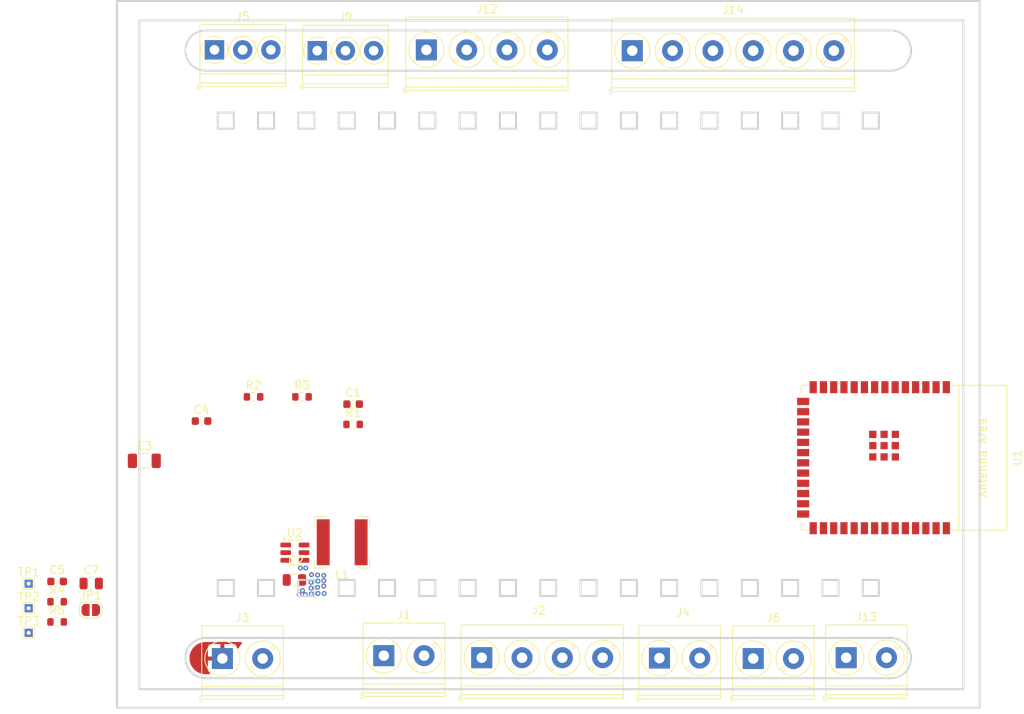
<source format=kicad_pcb>
(kicad_pcb (version 20240108) (generator "pcbnew") (generator_version "8.0")
  (layers (0 "F.Cu" signal) (1 "In1.Cu" power) (2 "In2.Cu" mixed) (31 "B.Cu" signal) (34 "B.Paste" user) (35 "F.Paste" user) (36 "B.SilkS" user "B.Silkscreen") (37 "F.SilkS" user "F.Silkscreen") (38 "B.Mask" user) (39 "F.Mask" user) (44 "Edge.Cuts" user))
  (net 0 "")
  (net 1 "GND")
  (net 2 "Net-(U1-EN)")
  (net 3 "Net-(U2-FB)")
  (net 4 "Net-(U2-BST)")
  (net 5 "/Board_ZorionX/PowerSuply/Vout")
  (net 6 "/Board_ZorionX/PowerSuply/SW")
  (net 7 "/Board_ZorionX/NPN_in_1")
  (net 8 "/Board_ZorionX/NPN_IN_2")
  (net 9 "/Board_ZorionX/A010_IN1")
  (net 10 "/Board_ZorionX/A032_in1")
  (net 11 "/Board_ZorionX/A420_in1")
  (net 12 "VCC")
  (net 13 "/Board_ZorionX/D_IN1")
  (net 14 "/Board_ZorionX/D_IN_2")
  (net 15 "/Board_ZorionX/RS485-B")
  (net 16 "/Board_ZorionX/RS485-A")
  (net 17 "/Board_ZorionX/RUN{slash}Stop")
  (net 18 "/Board_ZorionX/AOUT_010_1")
  (net 19 "/Board_ZorionX/AOUT_420_1")
  (net 20 "/Board_ZorionX/DOUT_PNP_1")
  (net 21 "/Board_ZorionX/DOUT_NPN_1")
  (net 22 "/Board_ZorionX/DOUT_PNP_2")
  (net 23 "/Board_ZorionX/DOUT_NPN_2")
  (net 24 "/Board_ZorionX/PNP_IN_2")
  (net 25 "/Board_ZorionX/PNP_in_1")
  (net 26 "/Board_ZorionX/RLY1_CD")
  (net 27 "/Board_ZorionX/RLY2_NCD")
  (net 28 "/Board_ZorionX/RLY1_NOD")
  (net 29 "/Board_ZorionX/RLY2_NOD")
  (net 30 "/Board_ZorionX/RLY2_CD")
  (net 31 "/Board_ZorionX/RLY1_NCD")
  (net 32 "+3.3V")
  (net 51 "/Board_ZorionX/Driver_RS485/UART_OUT")
  (net 67 "/Board_ZorionX/Driver_RS485/UART_R_IN")
  (footprint "TerminalBlock_Phoenix:TerminalBlock_Phoenix_PT-1,5-2-5.0-H_1x02_P5.00mm_Horizontal" (layer "F.Cu") (at 119.7696 151.1808)
    (property "Reference" "J6" (at 2.5 -5.06 0) (layer "F.SilkS"))
    (property "Value" "Screw_Terminal_01x02")
    (pad "1" thru_hole rect (at 0 0) (size 2.6 2.6) (drill 1.3) (layers "*.Cu" "*.Mask") (net 17 "/Board_ZorionX/RUN{slash}Stop"))
    (pad "2" thru_hole circle (at 5 0) (size 2.6 2.6) (drill 1.3) (layers "*.Cu" "*.Mask") (net 1 "GND"))
  )
  (footprint "TerminalBlock_Phoenix:TerminalBlock_Phoenix_PT-1,5-2-5.0-H_1x02_P5.00mm_Horizontal" (layer "F.Cu") (at 53.9328 151.1808)
    (property "Reference" "J3" (at 2.5 -5.06 0) (layer "F.SilkS"))
    (property "Value" "Screw_Terminal_01x02")
    (pad "1" thru_hole rect (at 0 0) (size 2.6 2.6) (drill 1.3) (layers "*.Cu" "*.Mask") (net 12 "VCC"))
    (pad "2" thru_hole circle (at 5 0) (size 2.6 2.6) (drill 1.3) (layers "*.Cu" "*.Mask") (net 1 "GND"))
  )
  (footprint "TerminalBlock_Phoenix:TerminalBlock_Phoenix_PT-1,5-2-5.0-H_1x02_P5.00mm_Horizontal" (layer "F.Cu") (at 131.3012 151.0792)
    (property "Reference" "J13" (at 2.5 -5.06 0) (layer "F.SilkS"))
    (property "Value" "Screw_Terminal_01x02")
    (pad "1" thru_hole rect (at 0 0) (size 2.6 2.6) (drill 1.3) (layers "*.Cu" "*.Mask") (net 24 "/Board_ZorionX/PNP_IN_2"))
    (pad "2" thru_hole circle (at 5 0) (size 2.6 2.6) (drill 1.3) (layers "*.Cu" "*.Mask") (net 25 "/Board_ZorionX/PNP_in_1"))
  )
  (footprint "Package_TO_SOT_SMD:TSOT-23-6" (layer "F.Cu") (at 62.9261 138.0388)
    (property "Reference" "U2" (at 0 -2.4 0) (layer "F.SilkS"))
    (property "Value" "AP63203WU")
    (pad "1" smd roundrect (at -1.1375 -0.95) (size 1.325 0.6) (layers "F.Cu" "F.Paste" "F.Mask") (net 3 "Net-(U2-FB)"))
    (pad "2" smd roundrect (at -1.1375 0) (size 1.325 0.6) (layers "F.Cu" "F.Paste" "F.Mask") (net 12 "VCC"))
    (pad "3" smd roundrect (at -1.1375 0.95) (size 1.325 0.6) (layers "F.Cu" "F.Paste" "F.Mask") (net 12 "VCC"))
    (pad "4" smd roundrect (at 1.1375 0.95) (size 1.325 0.6) (layers "F.Cu" "F.Paste" "F.Mask") (net 1 "GND"))
    (pad "5" smd roundrect (at 1.1375 0) (size 1.325 0.6) (layers "F.Cu" "F.Paste" "F.Mask") (net 6 "/Board_ZorionX/PowerSuply/SW"))
    (pad "6" smd roundrect (at 1.1375 -0.95) (size 1.325 0.6) (layers "F.Cu" "F.Paste" "F.Mask") (net 4 "Net-(U2-BST)"))
  )
  (footprint "TerminalBlock_Phoenix:TerminalBlock_Phoenix_PT-1,5-2-5.0-H_1x02_P5.00mm_Horizontal" (layer "F.Cu") (at 108.1364 151.13)
    (property "Reference" "J4" (at 2.9464 -5.6388 0) (layer "F.SilkS"))
    (property "Value" "Screw_Terminal_01x02")
    (pad "1" thru_hole rect (at 0 0) (size 2.6 2.6) (drill 1.3) (layers "*.Cu" "*.Mask") (net 13 "/Board_ZorionX/D_IN1"))
    (pad "2" thru_hole circle (at 5 0) (size 2.6 2.6) (drill 1.3) (layers "*.Cu" "*.Mask") (net 14 "/Board_ZorionX/D_IN_2"))
  )
  (footprint "TerminalBlock_Phoenix:TerminalBlock_Phoenix_PT-1,5-3-3.5-H_1x03_P3.50mm_Horizontal" (layer "F.Cu") (at 52.9488 75.6412)
    (property "Reference" "J5" (at 3.5 -4.16 0) (layer "F.SilkS"))
    (property "Value" "Screw_Terminal_01x03")
    (pad "1" thru_hole rect (at 0 0) (size 2.4 2.4) (drill 1.2) (layers "*.Cu" "*.Mask") (net 15 "/Board_ZorionX/RS485-B"))
    (pad "2" thru_hole circle (at 3.5 0) (size 2.4 2.4) (drill 1.2) (layers "*.Cu" "*.Mask") (net 16 "/Board_ZorionX/RS485-A"))
    (pad "3" thru_hole circle (at 7 0) (size 2.4 2.4) (drill 1.2) (layers "*.Cu" "*.Mask") (net 1 "GND"))
  )
  (footprint "Capacitor_SMD:C_0603_1608Metric" (layer "F.Cu") (at 70.1474 119.6132)
    (property "Reference" "C1" (at 0 -1.43 0) (layer "F.SilkS"))
    (property "Value" "1uf")
    (pad "1" smd roundrect (at -0.775 0) (size 0.9 0.95) (layers "F.Cu" "F.Paste" "F.Mask") (net 2 "Net-(U1-EN)"))
    (pad "2" smd roundrect (at 0.775 0) (size 0.9 0.95) (layers "F.Cu" "F.Paste" "F.Mask") (net 1 "GND"))
  )
  (footprint "Capacitor_SMD:C_0603_1608Metric" (layer "F.Cu") (at 33.4344 141.6222)
    (property "Reference" "C5" (at 0 -1.43 0) (layer "F.SilkS"))
    (property "Value" "100nf")
    (pad "1" smd roundrect (at -0.775 0) (size 0.9 0.95) (layers "F.Cu" "F.Paste" "F.Mask") (net 4 "Net-(U2-BST)"))
    (pad "2" smd roundrect (at 0.775 0) (size 0.9 0.95) (layers "F.Cu" "F.Paste" "F.Mask") (net 6 "/Board_ZorionX/PowerSuply/SW"))
  )
  (footprint "Resistor_SMD:R_0603_1608Metric" (layer "F.Cu") (at 70.1474 122.1232)
    (property "Reference" "R1" (at 0 -1.43 0) (layer "F.SilkS"))
    (property "Value" "R_US")
    (pad "1" smd roundrect (at -0.825 0) (size 0.8 0.95) (layers "F.Cu" "F.Paste" "F.Mask") (net 32 "+3.3V"))
    (pad "2" smd roundrect (at 0.825 0) (size 0.8 0.95) (layers "F.Cu" "F.Paste" "F.Mask") (net 2 "Net-(U1-EN)"))
  )
  (footprint "Jumper:SolderJumper-2_P1.3mm_Open_RoundedPad1.0x1.5mm" (layer "F.Cu") (at 37.6144 145.1522)
    (property "Reference" "JP1" (at 0 -1.8 0) (layer "F.SilkS"))
    (property "Value" "SolderJumper_2_Open")
    (pad "1" smd custom (at -0.65 0) (size 1 0.5) (layers "F.Cu" "F.Mask") (net 5 "/Board_ZorionX/PowerSuply/Vout") (options (clearance outline) (anchor rect)) (primitives (gr_circle (center 0 0.25) (end 0.5 0.25) (width 0) (fill yes)) (gr_circle (center 0 -0.25) (end 0.5 -0.25) (width 0) (fill yes)) (gr_poly (pts (xy 0.5 0.75) (xy 0 0.75) (xy 0 -0.75) (xy 0.5 -0.75)) (width 0) (fill yes))))
    (pad "2" smd custom (at 0.65 0) (size 1 0.5) (layers "F.Cu" "F.Mask") (net 32 "+3.3V") (options (clearance outline) (anchor rect)) (primitives (gr_circle (center 0 0.25) (end 0.5 0.25) (width 0) (fill yes)) (gr_circle (center 0 -0.25) (end 0.5 -0.25) (width 0) (fill yes)) (gr_poly (pts (xy 0 0.75) (xy -0.5 0.75) (xy -0.5 -0.75) (xy 0 -0.75)) (width 0) (fill yes))))
  )
  (footprint "TestPoint:TestPoint_THTPad_1.0x1.0mm_Drill0.5mm" (layer "F.Cu") (at 29.9044 144.9422)
    (property "Reference" "TP2" (at 0 -1.448 0) (layer "F.SilkS"))
    (property "Value" "TestPoint")
    (pad "1" thru_hole rect (at 0 0) (size 1 1) (drill 0.5) (layers "*.Cu" "*.Mask") (net 3 "Net-(U2-FB)"))
  )
  (footprint "Resistor_SMD:R_0603_1608Metric" (layer "F.Cu") (at 57.7998 118.7044)
    (property "Reference" "R2" (at 0 -1.43 0) (layer "F.SilkS"))
    (property "Value" "R_US")
    (pad "1" smd roundrect (at -0.825 0) (size 0.8 0.95) (layers "F.Cu" "F.Paste" "F.Mask"))
    (pad "2" smd roundrect (at 0.825 0) (size 0.8 0.95) (layers "F.Cu" "F.Paste" "F.Mask"))
  )
  (footprint "Resistor_SMD:R_0603_1608Metric" (layer "F.Cu") (at 63.8098 118.7044)
    (property "Reference" "R3" (at 0 -1.43 0) (layer "F.SilkS"))
    (property "Value" "R_US")
    (pad "1" smd roundrect (at -0.825 0) (size 0.8 0.95) (layers "F.Cu" "F.Paste" "F.Mask"))
    (pad "2" smd roundrect (at 0.825 0) (size 0.8 0.95) (layers "F.Cu" "F.Paste" "F.Mask"))
  )
  (footprint "Capacitor_SMD:C_0603_1608Metric" (layer "F.Cu") (at 51.3498 121.7144)
    (property "Reference" "C4" (at 0 -1.43 0) (layer "F.SilkS"))
    (property "Value" "100nf")
    (pad "1" smd roundrect (at -0.775 0) (size 0.9 0.95) (layers "F.Cu" "F.Paste" "F.Mask") (net 5 "/Board_ZorionX/PowerSuply/Vout"))
    (pad "2" smd roundrect (at 0.775 0) (size 0.9 0.95) (layers "F.Cu" "F.Paste" "F.Mask") (net 3 "Net-(U2-FB)"))
  )
  (footprint "Inductor_SMD:L_Bourns-SRN6028" (layer "F.Cu") (at 68.788 136.7536)
    (property "Reference" "L1" (at 0 4 0) (layer "F.SilkS"))
    (property "Value" "L_Iron")
    (pad "1" smd rect (at -2.35 0) (size 1.6 5.7) (layers "F.Cu" "F.Paste" "F.Mask") (net 6 "/Board_ZorionX/PowerSuply/SW"))
    (pad "2" smd rect (at 2.35 0) (size 1.6 5.7) (layers "F.Cu" "F.Paste" "F.Mask") (net 5 "/Board_ZorionX/PowerSuply/Vout"))
  )
  (footprint "TerminalBlock_Phoenix:TerminalBlock_Phoenix_PT-1,5-3-3.5-H_1x03_P3.50mm_Horizontal" (layer "F.Cu") (at 65.6944 75.7428)
    (property "Reference" "J9" (at 3.5 -4.16 0) (layer "F.SilkS"))
    (property "Value" "Screw_Terminal_01x03")
    (pad "1" thru_hole rect (at 0 0) (size 2.4 2.4) (drill 1.2) (layers "*.Cu" "*.Mask") (net 19 "/Board_ZorionX/AOUT_420_1"))
    (pad "2" thru_hole circle (at 3.5 0) (size 2.4 2.4) (drill 1.2) (layers "*.Cu" "*.Mask") (net 18 "/Board_ZorionX/AOUT_010_1"))
    (pad "3" thru_hole circle (at 7 0) (size 2.4 2.4) (drill 1.2) (layers "*.Cu" "*.Mask") (net 1 "GND"))
  )
  (footprint "Capacitor_SMD:C_0805_2012Metric" (layer "F.Cu") (at 37.6644 141.8722)
    (property "Reference" "C7" (at 0 -1.68 0) (layer "F.SilkS"))
    (property "Value" "22uf")
    (pad "1" smd roundrect (at -0.95 0) (size 1 1.45) (layers "F.Cu" "F.Paste" "F.Mask") (net 5 "/Board_ZorionX/PowerSuply/Vout"))
    (pad "2" smd roundrect (at 0.95 0) (size 1 1.45) (layers "F.Cu" "F.Paste" "F.Mask") (net 1 "GND"))
  )
  (footprint "TerminalBlock_Phoenix:TerminalBlock_Phoenix_PT-1,5-4-5.0-H_1x04_P5.00mm_Horizontal" (layer "F.Cu") (at 79.2312 75.6412)
    (property "Reference" "J12" (at 7.5 -5.06 0) (layer "F.SilkS"))
    (property "Value" "Screw_Terminal_01x04")
    (pad "1" thru_hole rect (at 0 0) (size 2.6 2.6) (drill 1.3) (layers "*.Cu" "*.Mask") (net 21 "/Board_ZorionX/DOUT_NPN_1"))
    (pad "2" thru_hole circle (at 5 0) (size 2.6 2.6) (drill 1.3) (layers "*.Cu" "*.Mask") (net 23 "/Board_ZorionX/DOUT_NPN_2"))
    (pad "3" thru_hole circle (at 10 0) (size 2.6 2.6) (drill 1.3) (layers "*.Cu" "*.Mask") (net 20 "/Board_ZorionX/DOUT_PNP_1"))
    (pad "4" thru_hole circle (at 15 0) (size 2.6 2.6) (drill 1.3) (layers "*.Cu" "*.Mask") (net 22 "/Board_ZorionX/DOUT_PNP_2"))
  )
  (footprint "TerminalBlock_Phoenix:TerminalBlock_Phoenix_PT-1,5-4-5.0-H_1x04_P5.00mm_Horizontal" (layer "F.Cu") (at 86.0968 151.0792)
    (property "Reference" "J2" (at 7.0752 -5.842 0) (layer "F.SilkS"))
    (property "Value" "Screw_Terminal_01x04")
    (pad "1" thru_hole rect (at 0 0) (size 2.6 2.6) (drill 1.3) (layers "*.Cu" "*.Mask") (net 9 "/Board_ZorionX/A010_IN1"))
    (pad "2" thru_hole circle (at 5 0) (size 2.6 2.6) (drill 1.3) (layers "*.Cu" "*.Mask") (net 11 "/Board_ZorionX/A420_in1"))
    (pad "3" thru_hole circle (at 10 0) (size 2.6 2.6) (drill 1.3) (layers "*.Cu" "*.Mask") (net 10 "/Board_ZorionX/A032_in1"))
    (pad "4" thru_hole circle (at 15 0) (size 2.6 2.6) (drill 1.3) (layers "*.Cu" "*.Mask") (net 1 "GND"))
  )
  (footprint "TerminalBlock_Phoenix:TerminalBlock_Phoenix_PT-1,5-2-5.0-H_1x02_P5.00mm_Horizontal" (layer "F.Cu") (at 73.948 150.8252)
    (property "Reference" "J1" (at 2.5 -5.06 0) (layer "F.SilkS"))
    (property "Value" "Screw_Terminal_01x02")
    (pad "1" thru_hole rect (at 0 0) (size 2.6 2.6) (drill 1.3) (layers "*.Cu" "*.Mask") (net 8 "/Board_ZorionX/NPN_IN_2"))
    (pad "2" thru_hole circle (at 5 0) (size 2.6 2.6) (drill 1.3) (layers "*.Cu" "*.Mask") (net 7 "/Board_ZorionX/NPN_in_1"))
  )
  (footprint "TestPoint:TestPoint_THTPad_1.0x1.0mm_Drill0.5mm" (layer "F.Cu") (at 29.9044 147.9922)
    (property "Reference" "TP3" (at 0 -1.448 0) (layer "F.SilkS"))
    (property "Value" "TestPoint")
    (pad "1" thru_hole rect (at 0 0) (size 1 1) (drill 0.5) (layers "*.Cu" "*.Mask") (net 12 "VCC"))
  )
  (footprint "Capacitor_SMD:C_0805_2012Metric" (layer "F.Cu") (at 62.8596 141.4272)
    (property "Reference" "C2" (at 0.2002 -2.3684 0) (layer "F.SilkS"))
    (property "Value" "22uf")
    (pad "1" smd roundrect (at -0.95 0) (size 1 1.45) (layers "F.Cu" "F.Paste" "F.Mask") (net 5 "/Board_ZorionX/PowerSuply/Vout"))
    (pad "2" smd roundrect (at 0.95 0) (size 1 1.45) (layers "F.Cu" "F.Paste" "F.Mask") (net 1 "GND"))
  )
  (footprint "Resistor_SMD:R_0603_1608Metric" (layer "F.Cu") (at 33.4344 146.6422)
    (property "Reference" "R5" (at 0 -1.43 0) (layer "F.SilkS"))
    (property "Value" "R_US")
    (pad "1" smd roundrect (at -0.825 0) (size 0.8 0.95) (layers "F.Cu" "F.Paste" "F.Mask") (net 3 "Net-(U2-FB)"))
    (pad "2" smd roundrect (at 0.825 0) (size 0.8 0.95) (layers "F.Cu" "F.Paste" "F.Mask") (net 1 "GND"))
  )
  (footprint "PCM_Espressif:ESP32-S3-WROOM-1" (layer "F.Cu") (at 135.4594 126.2602 -90)
    (property "Reference" "U1" (at 0 -17.05 90) (layer "F.SilkS"))
    (property "Value" "ESP32-S3-WROOM-1")
    (fp_text user "Antenna Area" (at 0 -12.75 90) (layer "F.SilkS"))
    (pad "1" smd rect (at -8.75 -8.26 270) (size 1.5 0.9) (layers "F.Cu" "F.Paste" "F.Mask") (net 1 "GND"))
    (pad "2" smd rect (at -8.75 -6.99 270) (size 1.5 0.9) (layers "F.Cu" "F.Paste" "F.Mask") (net 32 "+3.3V"))
    (pad "3" smd rect (at -8.75 -5.72 270) (size 1.5 0.9) (layers "F.Cu" "F.Paste" "F.Mask") (net 2 "Net-(U1-EN)"))
    (pad "4" smd rect (at -8.75 -4.45 270) (size 1.5 0.9) (layers "F.Cu" "F.Paste" "F.Mask"))
    (pad "5" smd rect (at -8.75 -3.18 270) (size 1.5 0.9) (layers "F.Cu" "F.Paste" "F.Mask"))
    (pad "6" smd rect (at -8.75 -1.91 270) (size 1.5 0.9) (layers "F.Cu" "F.Paste" "F.Mask"))
    (pad "7" smd rect (at -8.75 -0.64 270) (size 1.5 0.9) (layers "F.Cu" "F.Paste" "F.Mask"))
    (pad "8" smd rect (at -8.75 0.63 270) (size 1.5 0.9) (layers "F.Cu" "F.Paste" "F.Mask"))
    (pad "9" smd rect (at -8.75 1.9 270) (size 1.5 0.9) (layers "F.Cu" "F.Paste" "F.Mask"))
    (pad "10" smd rect (at -8.75 3.17 270) (size 1.5 0.9) (layers "F.Cu" "F.Paste" "F.Mask"))
    (pad "11" smd rect (at -8.75 4.44 270) (size 1.5 0.9) (layers "F.Cu" "F.Paste" "F.Mask"))
    (pad "12" smd rect (at -8.75 5.71 270) (size 1.5 0.9) (layers "F.Cu" "F.Paste" "F.Mask"))
    (pad "13" smd rect (at -8.75 6.98 270) (size 1.5 0.9) (layers "F.Cu" "F.Paste" "F.Mask"))
    (pad "14" smd rect (at -8.75 8.25 270) (size 1.5 0.9) (layers "F.Cu" "F.Paste" "F.Mask"))
    (pad "15" smd rect (at -6.985 9.5) (size 1.5 0.9) (layers "F.Cu" "F.Paste" "F.Mask"))
    (pad "16" smd rect (at -5.715 9.5) (size 1.5 0.9) (layers "F.Cu" "F.Paste" "F.Mask"))
    (pad "17" smd rect (at -4.445 9.5) (size 1.5 0.9) (layers "F.Cu" "F.Paste" "F.Mask"))
    (pad "18" smd rect (at -3.175 9.5) (size 1.5 0.9) (layers "F.Cu" "F.Paste" "F.Mask"))
    (pad "19" smd rect (at -1.905 9.5) (size 1.5 0.9) (layers "F.Cu" "F.Paste" "F.Mask"))
    (pad "20" smd rect (at -0.635 9.5) (size 1.5 0.9) (layers "F.Cu" "F.Paste" "F.Mask"))
    (pad "21" smd rect (at 0.635 9.5) (size 1.5 0.9) (layers "F.Cu" "F.Paste" "F.Mask"))
    (pad "22" smd rect (at 1.905 9.5) (size 1.5 0.9) (layers "F.Cu" "F.Paste" "F.Mask"))
    (pad "23" smd rect (at 3.175 9.5) (size 1.5 0.9) (layers "F.Cu" "F.Paste" "F.Mask"))
    (pad "24" smd rect (at 4.445 9.5) (size 1.5 0.9) (layers "F.Cu" "F.Paste" "F.Mask"))
    (pad "25" smd rect (at 5.715 9.5) (size 1.5 0.9) (layers "F.Cu" "F.Paste" "F.Mask"))
    (pad "26" smd rect (at 6.985 9.5) (size 1.5 0.9) (layers "F.Cu" "F.Paste" "F.Mask"))
    (pad "27" smd rect (at 8.75 8.25 90) (size 1.5 0.9) (layers "F.Cu" "F.Paste" "F.Mask"))
    (pad "28" smd rect (at 8.75 6.98 90) (size 1.5 0.9) (layers "F.Cu" "F.Paste" "F.Mask"))
    (pad "29" smd rect (at 8.75 5.71 90) (size 1.5 0.9) (layers "F.Cu" "F.Paste" "F.Mask"))
    (pad "30" smd rect (at 8.75 4.44 90) (size 1.5 0.9) (layers "F.Cu" "F.Paste" "F.Mask"))
    (pad "31" smd rect (at 8.75 3.17 90) (size 1.5 0.9) (layers "F.Cu" "F.Paste" "F.Mask"))
    (pad "32" smd rect (at 8.75 1.9 90) (size 1.5 0.9) (layers "F.Cu" "F.Paste" "F.Mask"))
    (pad "33" smd rect (at 8.75 0.63 90) (size 1.5 0.9) (layers "F.Cu" "F.Paste" "F.Mask"))
    (pad "34" smd rect (at 8.75 -0.64 90) (size 1.5 0.9) (layers "F.Cu" "F.Paste" "F.Mask"))
    (pad "35" smd rect (at 8.75 -1.91 90) (size 1.5 0.9) (layers "F.Cu" "F.Paste" "F.Mask"))
    (pad "36" smd rect (at 8.75 -3.18 90) (size 1.5 0.9) (layers "F.Cu" "F.Paste" "F.Mask") (net 51 "/Board_ZorionX/Driver_RS485/UART_OUT"))
    (pad "37" smd rect (at 8.75 -4.45 90) (size 1.5 0.9) (layers "F.Cu" "F.Paste" "F.Mask") (net 67 "/Board_ZorionX/Driver_RS485/UART_R_IN"))
    (pad "38" smd rect (at 8.75 -5.72 90) (size 1.5 0.9) (layers "F.Cu" "F.Paste" "F.Mask"))
    (pad "39" smd rect (at 8.75 -6.99 90) (size 1.5 0.9) (layers "F.Cu" "F.Paste" "F.Mask"))
    (pad "40" smd rect (at 8.75 -8.26 90) (size 1.5 0.9) (layers "F.Cu" "F.Paste" "F.Mask") (net 1 "GND"))
    (pad "41" smd rect (at -2.9 -1.94 90) (size 0.9 0.9) (layers "F.Cu" "F.Paste" "F.Mask") (net 1 "GND"))
    (pad "41" smd rect (at -2.9 -0.54 90) (size 0.9 0.9) (layers "F.Cu" "F.Paste" "F.Mask") (net 1 "GND"))
    (pad "41" smd rect (at -2.9 0.86 90) (size 0.9 0.9) (layers "F.Cu" "F.Paste" "F.Mask") (net 1 "GND"))
    (pad "41" smd rect (at -2.9 0.86 90) (size 0.9 0.9) (layers "F.Cu" "F.Paste" "F.Mask") (net 1 "GND"))
    (pad "41" smd rect (at -1.5 -1.94 90) (size 0.9 0.9) (layers "F.Cu" "F.Paste" "F.Mask") (net 1 "GND"))
    (pad "41" smd rect (at -1.5 -1.94 90) (size 0.9 0.9) (layers "F.Cu" "F.Paste" "F.Mask") (net 1 "GND"))
    (pad "41" smd rect (at -1.5 -0.54 90) (size 0.9 0.9) (layers "F.Cu" "F.Paste" "F.Mask") (net 1 "GND"))
    (pad "41" smd rect (at -1.5 0.86 90) (size 0.9 0.9) (layers "F.Cu" "F.Paste" "F.Mask") (net 1 "GND"))
    (pad "41" smd rect (at -0.1 -1.94 90) (size 0.9 0.9) (layers "F.Cu" "F.Paste" "F.Mask") (net 1 "GND"))
    (pad "41" smd rect (at -0.1 -0.54 90) (size 0.9 0.9) (layers "F.Cu" "F.Paste" "F.Mask") (net 1 "GND"))
    (pad "41" smd rect (at -0.1 0.86 90) (size 0.9 0.9) (layers "F.Cu" "F.Paste" "F.Mask") (net 1 "GND"))
    (zone (net 0) (net_name "") (layers "*.Cu") (name "antenna keepout") (connect_pads (clearance 0)) (min_thickness 0.254)
      (keepout (tracks not_allowed) (vias not_allowed) (pads not_allowed) (copperpour not_allowed) (footprints not_allowed))
      (fill (thermal_gap 0.508) (thermal_bridge_width 0.508))
      (polygon (pts (xy 145.2594 135.2602) (xy 145.2594 117.2602) (xy 151.2094 117.2602) (xy 151.2094 135.2602)))
    )
  )
  (footprint "TestPoint:TestPoint_THTPad_1.0x1.0mm_Drill0.5mm" (layer "F.Cu") (at 29.9044 141.8922)
    (property "Reference" "TP1" (at 0 -1.448 0) (layer "F.SilkS"))
    (property "Value" "TestPoint")
    (pad "1" thru_hole rect (at 0 0) (size 1 1) (drill 0.5) (layers "*.Cu" "*.Mask") (net 5 "/Board_ZorionX/PowerSuply/Vout"))
  )
  (footprint "Capacitor_SMD:C_1206_3216Metric" (layer "F.Cu") (at 44.2498 126.6444)
    (property "Reference" "C3" (at 0 -1.85 0) (layer "F.SilkS"))
    (property "Value" "10mf")
    (pad "1" smd roundrect (at -1.475 0) (size 1.15 1.8) (layers "F.Cu" "F.Paste" "F.Mask") (roundrect_rratio 0.217391) (net 12 "VCC"))
    (pad "2" smd roundrect (at 1.475 0) (size 1.15 1.8) (layers "F.Cu" "F.Paste" "F.Mask") (roundrect_rratio 0.217391) (net 1 "GND"))
  )
  (footprint "TerminalBlock_Phoenix:TerminalBlock_Phoenix_PT-1,5-6-5.0-H_1x06_P5.00mm_Horizontal" (layer "F.Cu") (at 104.7696 75.7428)
    (property "Reference" "J14" (at 12.5 -5.06 0) (layer "F.SilkS"))
    (property "Value" "Screw_Terminal_01x06")
    (pad "1" thru_hole rect (at 0 0) (size 2.6 2.6) (drill 1.3) (layers "*.Cu" "*.Mask") (net 31 "/Board_ZorionX/RLY1_NCD"))
    (pad "2" thru_hole circle (at 5 0) (size 2.6 2.6) (drill 1.3) (layers "*.Cu" "*.Mask") (net 26 "/Board_ZorionX/RLY1_CD"))
    (pad "3" thru_hole circle (at 10 0) (size 2.6 2.6) (drill 1.3) (layers "*.Cu" "*.Mask") (net 28 "/Board_ZorionX/RLY1_NOD"))
    (pad "4" thru_hole circle (at 15 0) (size 2.6 2.6) (drill 1.3) (layers "*.Cu" "*.Mask") (net 27 "/Board_ZorionX/RLY2_NCD"))
    (pad "5" thru_hole circle (at 20 0) (size 2.6 2.6) (drill 1.3) (layers "*.Cu" "*.Mask") (net 30 "/Board_ZorionX/RLY2_CD"))
    (pad "6" thru_hole circle (at 25 0) (size 2.6 2.6) (drill 1.3) (layers "*.Cu" "*.Mask") (net 29 "/Board_ZorionX/RLY2_NOD"))
  )
  (footprint "Resistor_SMD:R_0603_1608Metric" (layer "F.Cu") (at 33.4344 144.1322)
    (property "Reference" "R4" (at 0 -1.43 0) (layer "F.SilkS"))
    (property "Value" "R_US")
    (pad "1" smd roundrect (at -0.825 0) (size 0.8 0.95) (layers "F.Cu" "F.Paste" "F.Mask") (net 5 "/Board_ZorionX/PowerSuply/Vout"))
    (pad "2" smd roundrect (at 0.825 0) (size 0.8 0.95) (layers "F.Cu" "F.Paste" "F.Mask") (net 3 "Net-(U2-FB)"))
  )
  (gr_line (start 103.348 85.4268) (end 105.348 85.4268) (stroke (width 0.25)) (layer "Edge.Cuts"))
  (gr_line (start 95.348 83.4268) (end 93.348 83.4268) (stroke (width 0.25)) (layer "Edge.Cuts"))
  (gr_line (start 70.348 85.4268) (end 70.348 83.4268) (stroke (width 0.25)) (layer "Edge.Cuts"))
  (gr_line (start 73.348 83.4268) (end 73.348 85.4268) (stroke (width 0.25)) (layer "Edge.Cuts"))
  (gr_line (start 73.348 85.4268) (end 75.348 85.4268) (stroke (width 0.25)) (layer "Edge.Cuts"))
  (gr_line (start 70.348 141.4268) (end 68.348 141.4268) (stroke (width 0.25)) (layer "Edge.Cuts"))
  (gr_line (start 110.348 83.4268) (end 108.348 83.4268) (stroke (width 0.25)) (layer "Edge.Cuts"))
  (gr_line (start 120.348 85.4268) (end 120.348 83.4268) (stroke (width 0.25)) (layer "Edge.Cuts"))
  (gr_line (start 103.348 141.4268) (end 103.348 143.4268) (stroke (width 0.25)) (layer "Edge.Cuts"))
  (gr_line (start 115.348 143.4268) (end 115.348 141.4268) (stroke (width 0.25)) (layer "Edge.Cuts"))
  (gr_line (start 120.348 83.4268) (end 118.348 83.4268) (stroke (width 0.25)) (layer "Edge.Cuts"))
  (gr_line (start 120.348 143.4268) (end 120.348 141.4268) (stroke (width 0.25)) (layer "Edge.Cuts"))
  (gr_line (start 110.348 143.4268) (end 110.348 141.4268) (stroke (width 0.25)) (layer "Edge.Cuts"))
  (gr_line (start 113.348 143.4268) (end 115.348 143.4268) (stroke (width 0.25)) (layer "Edge.Cuts"))
  (gr_line (start 135.348 83.4268) (end 133.348 83.4268) (stroke (width 0.25)) (layer "Edge.Cuts"))
  (gr_line (start 75.348 143.4268) (end 75.348 141.4268) (stroke (width 0.25)) (layer "Edge.Cuts"))
  (gr_line (start 133.348 83.4268) (end 133.348 85.4268) (stroke (width 0.25)) (layer "Edge.Cuts"))
  (gr_line (start 90.348 85.4268) (end 90.348 83.4268) (stroke (width 0.25)) (layer "Edge.Cuts"))
  (gr_line (start 70.348 143.4268) (end 70.348 141.4268) (stroke (width 0.25)) (layer "Edge.Cuts"))
  (gr_line (start 93.348 83.4268) (end 93.348 85.4268) (stroke (width 0.25)) (layer "Edge.Cuts"))
  (gr_line (start 70.348 83.4268) (end 68.348 83.4268) (stroke (width 0.25)) (layer "Edge.Cuts"))
  (gr_line (start 51.848 153.6268) (end 136.848 153.6268) (stroke (width 0.25)) (layer "Edge.Cuts"))
  (gr_line (start 105.348 83.4268) (end 103.348 83.4268) (stroke (width 0.25)) (layer "Edge.Cuts"))
  (gr_line (start 58.348 83.4268) (end 58.348 85.4268) (stroke (width 0.25)) (layer "Edge.Cuts"))
  (gr_line (start 136.848 148.6268) (end 51.848 148.6268) (stroke (width 0.25)) (layer "Edge.Cuts"))
  (gr_arc (start 51.848 78.2268) (mid 49.348 75.7268) (end 51.848 73.2268) (stroke (width 0.25)) (layer "Edge.Cuts"))
  (gr_line (start 100.348 85.4268) (end 100.348 83.4268) (stroke (width 0.25)) (layer "Edge.Cuts"))
  (gr_line (start 128.348 143.4268) (end 130.348 143.4268) (stroke (width 0.25)) (layer "Edge.Cuts"))
  (gr_line (start 108.348 141.4268) (end 108.348 143.4268) (stroke (width 0.25)) (layer "Edge.Cuts"))
  (gr_line (start 135.348 85.4268) (end 135.348 83.4268) (stroke (width 0.25)) (layer "Edge.Cuts"))
  (gr_line (start 75.348 141.4268) (end 73.348 141.4268) (stroke (width 0.25)) (layer "Edge.Cuts"))
  (gr_line (start 118.348 143.4268) (end 120.348 143.4268) (stroke (width 0.25)) (layer "Edge.Cuts"))
  (gr_line (start 88.348 83.4268) (end 88.348 85.4268) (stroke (width 0.25)) (layer "Edge.Cuts"))
  (gr_line (start 145.842 154.9908) (end 145.842 71.9908) (stroke (width 0.25)) (layer "Edge.Cuts"))
  (gr_line (start 133.348 143.4268) (end 135.348 143.4268) (stroke (width 0.25)) (layer "Edge.Cuts"))
  (gr_line (start 115.348 83.4268) (end 113.348 83.4268) (stroke (width 0.25)) (layer "Edge.Cuts"))
  (gr_line (start 95.348 141.4268) (end 93.348 141.4268) (stroke (width 0.25)) (layer "Edge.Cuts"))
  (gr_line (start 68.348 85.4268) (end 70.348 85.4268) (stroke (width 0.25)) (layer "Edge.Cuts"))
  (gr_line (start 108.348 143.4268) (end 110.348 143.4268) (stroke (width 0.25)) (layer "Edge.Cuts"))
  (gr_line (start 80.348 141.4268) (end 78.348 141.4268) (stroke (width 0.25)) (layer "Edge.Cuts"))
  (gr_arc (start 136.848 73.2268) (mid 139.348 75.7268) (end 136.848 78.2268) (stroke (width 0.25)) (layer "Edge.Cuts"))
  (gr_line (start 133.348 141.4268) (end 133.348 143.4268) (stroke (width 0.25)) (layer "Edge.Cuts"))
  (gr_line (start 85.348 85.4268) (end 85.348 83.4268) (stroke (width 0.25)) (layer "Edge.Cuts"))
  (gr_line (start 60.348 83.4268) (end 58.348 83.4268) (stroke (width 0.25)) (layer "Edge.Cuts"))
  (gr_line (start 115.348 141.4268) (end 113.348 141.4268) (stroke (width 0.25)) (layer "Edge.Cuts"))
  (gr_line (start 93.348 141.4268) (end 93.348 143.4268) (stroke (width 0.25)) (layer "Edge.Cuts"))
  (gr_line (start 125.348 143.4268) (end 125.348 141.4268) (stroke (width 0.25)) (layer "Edge.Cuts"))
  (gr_line (start 93.348 85.4268) (end 95.348 85.4268) (stroke (width 0.25)) (layer "Edge.Cuts"))
  (gr_line (start 58.348 85.4268) (end 60.348 85.4268) (stroke (width 0.25)) (layer "Edge.Cuts"))
  (gr_line (start 43.642 71.9908) (end 43.642 154.9908) (stroke (width 0.25)) (layer "Edge.Cuts"))
  (gr_line (start 63.348 141.4268) (end 63.348 143.4268) (stroke (width 0.25)) (layer "Edge.Cuts"))
  (gr_line (start 110.348 85.4268) (end 110.348 83.4268) (stroke (width 0.25)) (layer "Edge.Cuts"))
  (gr_line (start 103.348 143.4268) (end 105.348 143.4268) (stroke (width 0.25)) (layer "Edge.Cuts"))
  (gr_line (start 83.348 143.4268) (end 85.348 143.4268) (stroke (width 0.25)) (layer "Edge.Cuts"))
  (gr_line (start 51.848 78.2268) (end 136.848 78.2268) (stroke (width 0.25)) (layer "Edge.Cuts"))
  (gr_line (start 105.348 143.4268) (end 105.348 141.4268) (stroke (width 0.25)) (layer "Edge.Cuts"))
  (gr_line (start 105.348 141.4268) (end 103.348 141.4268) (stroke (width 0.25)) (layer "Edge.Cuts"))
  (gr_line (start 58.348 143.4268) (end 60.348 143.4268) (stroke (width 0.25)) (layer "Edge.Cuts"))
  (gr_line (start 103.348 83.4268) (end 103.348 85.4268) (stroke (width 0.25)) (layer "Edge.Cuts"))
  (gr_line (start 100.348 141.4268) (end 98.348 141.4268) (stroke (width 0.25)) (layer "Edge.Cuts"))
  (gr_line (start 98.348 85.4268) (end 100.348 85.4268) (stroke (width 0.25)) (layer "Edge.Cuts"))
  (gr_line (start 63.348 83.4268) (end 63.348 85.4268) (stroke (width 0.25)) (layer "Edge.Cuts"))
  (gr_line (start 135.348 141.4268) (end 133.348 141.4268) (stroke (width 0.25)) (layer "Edge.Cuts"))
  (gr_line (start 95.348 143.4268) (end 95.348 141.4268) (stroke (width 0.25)) (layer "Edge.Cuts"))
  (gr_line (start 125.348 141.4268) (end 123.348 141.4268) (stroke (width 0.25)) (layer "Edge.Cuts"))
  (gr_line (start 73.348 143.4268) (end 75.348 143.4268) (stroke (width 0.25)) (layer "Edge.Cuts"))
  (gr_line (start 136.848 73.2268) (end 51.848 73.2268) (stroke (width 0.25)) (layer "Edge.Cuts"))
  (gr_line (start 55.348 141.4268) (end 53.348 141.4268) (stroke (width 0.25)) (layer "Edge.Cuts"))
  (gr_line (start 93.348 143.4268) (end 95.348 143.4268) (stroke (width 0.25)) (layer "Edge.Cuts"))
  (gr_line (start 85.348 143.4268) (end 85.348 141.4268) (stroke (width 0.25)) (layer "Edge.Cuts"))
  (gr_line (start 68.348 141.4268) (end 68.348 143.4268) (stroke (width 0.25)) (layer "Edge.Cuts"))
  (gr_line (start 63.348 143.4268) (end 65.348 143.4268) (stroke (width 0.25)) (layer "Edge.Cuts"))
  (gr_line (start 125.348 83.4268) (end 123.348 83.4268) (stroke (width 0.25)) (layer "Edge.Cuts"))
  (gr_line (start 113.348 141.4268) (end 113.348 143.4268) (stroke (width 0.25)) (layer "Edge.Cuts"))
  (gr_line (start 65.348 85.4268) (end 65.348 83.4268) (stroke (width 0.25)) (layer "Edge.Cuts"))
  (gr_line (start 65.348 83.4268) (end 63.348 83.4268) (stroke (width 0.25)) (layer "Edge.Cuts"))
  (gr_line (start 60.348 141.4268) (end 58.348 141.4268) (stroke (width 0.25)) (layer "Edge.Cuts"))
  (gr_line (start 78.348 141.4268) (end 78.348 143.4268) (stroke (width 0.25)) (layer "Edge.Cuts"))
  (gr_line (start 55.348 83.4268) (end 53.348 83.4268) (stroke (width 0.25)) (layer "Edge.Cuts"))
  (gr_line (start 98.348 143.4268) (end 100.348 143.4268) (stroke (width 0.25)) (layer "Edge.Cuts"))
  (gr_line (start 63.348 85.4268) (end 65.348 85.4268) (stroke (width 0.25)) (layer "Edge.Cuts"))
  (gr_line (start 40.848 69.5768) (end 40.848 157.2768) (stroke (width 0.25)) (layer "Edge.Cuts"))
  (gr_line (start 68.348 143.4268) (end 70.348 143.4268) (stroke (width 0.25)) (layer "Edge.Cuts"))
  (gr_line (start 108.348 85.4268) (end 110.348 85.4268) (stroke (width 0.25)) (layer "Edge.Cuts"))
  (gr_line (start 60.348 85.4268) (end 60.348 83.4268) (stroke (width 0.25)) (layer "Edge.Cuts"))
  (gr_line (start 90.348 143.4268) (end 90.348 141.4268) (stroke (width 0.25)) (layer "Edge.Cuts"))
  (gr_line (start 88.348 141.4268) (end 88.348 143.4268) (stroke (width 0.25)) (layer "Edge.Cuts"))
  (gr_line (start 58.348 141.4268) (end 58.348 143.4268) (stroke (width 0.25)) (layer "Edge.Cuts"))
  (gr_line (start 118.348 83.4268) (end 118.348 85.4268) (stroke (width 0.25)) (layer "Edge.Cuts"))
  (gr_line (start 55.348 85.4268) (end 55.348 83.4268) (stroke (width 0.25)) (layer "Edge.Cuts"))
  (gr_line (start 75.348 85.4268) (end 75.348 83.4268) (stroke (width 0.25)) (layer "Edge.Cuts"))
  (gr_line (start 123.348 141.4268) (end 123.348 143.4268) (stroke (width 0.25)) (layer "Edge.Cuts"))
  (gr_line (start 113.348 85.4268) (end 115.348 85.4268) (stroke (width 0.25)) (layer "Edge.Cuts"))
  (gr_line (start 113.348 83.4268) (end 113.348 85.4268) (stroke (width 0.25)) (layer "Edge.Cuts"))
  (gr_line (start 147.848 69.5768) (end 40.848 69.5768) (stroke (width 0.25)) (layer "Edge.Cuts"))
  (gr_line (start 147.848 157.2768) (end 147.848 69.5768) (stroke (width 0.25)) (layer "Edge.Cuts"))
  (gr_line (start 123.348 143.4268) (end 125.348 143.4268) (stroke (width 0.25)) (layer "Edge.Cuts"))
  (gr_line (start 130.348 141.4268) (end 128.348 141.4268) (stroke (width 0.25)) (layer "Edge.Cuts"))
  (gr_line (start 53.348 141.4268) (end 53.348 143.4268) (stroke (width 0.25)) (layer "Edge.Cuts"))
  (gr_line (start 90.348 141.4268) (end 88.348 141.4268) (stroke (width 0.25)) (layer "Edge.Cuts"))
  (gr_line (start 100.348 143.4268) (end 100.348 141.4268) (stroke (width 0.25)) (layer "Edge.Cuts"))
  (gr_line (start 135.348 143.4268) (end 135.348 141.4268) (stroke (width 0.25)) (layer "Edge.Cuts"))
  (gr_line (start 68.348 83.4268) (end 68.348 85.4268) (stroke (width 0.25)) (layer "Edge.Cuts"))
  (gr_line (start 60.348 143.4268) (end 60.348 141.4268) (stroke (width 0.25)) (layer "Edge.Cuts"))
  (gr_line (start 80.348 143.4268) (end 80.348 141.4268) (stroke (width 0.25)) (layer "Edge.Cuts"))
  (gr_line (start 98.348 141.4268) (end 98.348 143.4268) (stroke (width 0.25)) (layer "Edge.Cuts"))
  (gr_line (start 100.348 83.4268) (end 98.348 83.4268) (stroke (width 0.25)) (layer "Edge.Cuts"))
  (gr_line (start 80.348 83.4268) (end 78.348 83.4268) (stroke (width 0.25)) (layer "Edge.Cuts"))
  (gr_line (start 53.348 85.4268) (end 55.348 85.4268) (stroke (width 0.25)) (layer "Edge.Cuts"))
  (gr_line (start 123.348 83.4268) (end 123.348 85.4268) (stroke (width 0.25)) (layer "Edge.Cuts"))
  (gr_line (start 120.348 141.4268) (end 118.348 141.4268) (stroke (width 0.25)) (layer "Edge.Cuts"))
  (gr_line (start 118.348 85.4268) (end 120.348 85.4268) (stroke (width 0.25)) (layer "Edge.Cuts"))
  (gr_line (start 65.348 141.4268) (end 63.348 141.4268) (stroke (width 0.25)) (layer "Edge.Cuts"))
  (gr_line (start 43.642 154.9908) (end 145.842 154.9908) (stroke (width 0.25)) (layer "Edge.Cuts"))
  (gr_arc (start 51.848 153.6268) (mid 49.348 151.1268) (end 51.848 148.6268) (stroke (width 0.25)) (layer "Edge.Cuts"))
  (gr_line (start 125.348 85.4268) (end 125.348 83.4268) (stroke (width 0.25)) (layer "Edge.Cuts"))
  (gr_line (start 98.348 83.4268) (end 98.348 85.4268) (stroke (width 0.25)) (layer "Edge.Cuts"))
  (gr_line (start 65.348 143.4268) (end 65.348 141.4268) (stroke (width 0.25)) (layer "Edge.Cuts"))
  (gr_line (start 88.348 143.4268) (end 90.348 143.4268) (stroke (width 0.25)) (layer "Edge.Cuts"))
  (gr_line (start 78.348 85.4268) (end 80.348 85.4268) (stroke (width 0.25)) (layer "Edge.Cuts"))
  (gr_line (start 123.348 85.4268) (end 125.348 85.4268) (stroke (width 0.25)) (layer "Edge.Cuts"))
  (gr_line (start 110.348 141.4268) (end 108.348 141.4268) (stroke (width 0.25)) (layer "Edge.Cuts"))
  (gr_line (start 85.348 141.4268) (end 83.348 141.4268) (stroke (width 0.25)) (layer "Edge.Cuts"))
  (gr_line (start 145.842 71.9908) (end 43.642 71.9908) (stroke (width 0.25)) (layer "Edge.Cuts"))
  (gr_line (start 80.348 85.4268) (end 80.348 83.4268) (stroke (width 0.25)) (layer "Edge.Cuts"))
  (gr_line (start 53.348 143.4268) (end 55.348 143.4268) (stroke (width 0.25)) (layer "Edge.Cuts"))
  (gr_line (start 55.348 143.4268) (end 55.348 141.4268) (stroke (width 0.25)) (layer "Edge.Cuts"))
  (gr_line (start 95.348 85.4268) (end 95.348 83.4268) (stroke (width 0.25)) (layer "Edge.Cuts"))
  (gr_line (start 88.348 85.4268) (end 90.348 85.4268) (stroke (width 0.25)) (layer "Edge.Cuts"))
  (gr_line (start 83.348 141.4268) (end 83.348 143.4268) (stroke (width 0.25)) (layer "Edge.Cuts"))
  (gr_line (start 118.348 141.4268) (end 118.348 143.4268) (stroke (width 0.25)) (layer "Edge.Cuts"))
  (gr_line (start 78.348 83.4268) (end 78.348 85.4268) (stroke (width 0.25)) (layer "Edge.Cuts"))
  (gr_line (start 83.348 83.4268) (end 83.348 85.4268) (stroke (width 0.25)) (layer "Edge.Cuts"))
  (gr_line (start 85.348 83.4268) (end 83.348 83.4268) (stroke (width 0.25)) (layer "Edge.Cuts"))
  (gr_line (start 128.348 83.4268) (end 128.348 85.4268) (stroke (width 0.25)) (layer "Edge.Cuts"))
  (gr_line (start 40.848 157.2768) (end 147.848 157.2768) (stroke (width 0.25)) (layer "Edge.Cuts"))
  (gr_line (start 130.348 143.4268) (end 130.348 141.4268) (stroke (width 0.25)) (layer "Edge.Cuts"))
  (gr_line (start 53.348 83.4268) (end 53.348 85.4268) (stroke (width 0.25)) (layer "Edge.Cuts"))
  (gr_line (start 105.348 85.4268) (end 105.348 83.4268) (stroke (width 0.25)) (layer "Edge.Cuts"))
  (gr_line (start 108.348 83.4268) (end 108.348 85.4268) (stroke (width 0.25)) (layer "Edge.Cuts"))
  (gr_line (start 75.348 83.4268) (end 73.348 83.4268) (stroke (width 0.25)) (layer "Edge.Cuts"))
  (gr_line (start 90.348 83.4268) (end 88.348 83.4268) (stroke (width 0.25)) (layer "Edge.Cuts"))
  (gr_arc (start 136.848 148.6268) (mid 139.348 151.1268) (end 136.848 153.6268) (stroke (width 0.25)) (layer "Edge.Cuts"))
  (gr_line (start 128.348 141.4268) (end 128.348 143.4268) (stroke (width 0.25)) (layer "Edge.Cuts"))
  (gr_line (start 83.348 85.4268) (end 85.348 85.4268) (stroke (width 0.25)) (layer "Edge.Cuts"))
  (gr_line (start 130.348 83.4268) (end 128.348 83.4268) (stroke (width 0.25)) (layer "Edge.Cuts"))
  (gr_line (start 78.348 143.4268) (end 80.348 143.4268) (stroke (width 0.25)) (layer "Edge.Cuts"))
  (gr_line (start 133.348 85.4268) (end 135.348 85.4268) (stroke (width 0.25)) (layer "Edge.Cuts"))
  (gr_line (start 128.348 85.4268) (end 130.348 85.4268) (stroke (width 0.25)) (layer "Edge.Cuts"))
  (gr_line (start 115.348 85.4268) (end 115.348 83.4268) (stroke (width 0.25)) (layer "Edge.Cuts"))
  (gr_line (start 130.348 85.4268) (end 130.348 83.4268) (stroke (width 0.25)) (layer "Edge.Cuts"))
  (gr_line (start 73.348 141.4268) (end 73.348 143.4268) (stroke (width 0.25)) (layer "Edge.Cuts"))
  (via (at 64.216 143.256) (size 0.6) (drill 0.3) (layers "F.Cu" "B.Cu") (net 0))
  (via (at 66.502 141.5288) (size 0.6) (drill 0.3) (layers "F.Cu" "B.Cu") (net 0))
  (via (at 66.502 142.1892) (size 0.6) (drill 0.3) (layers "F.Cu" "B.Cu") (net 0))
  (via (at 64.9272 142.4432) (size 0.6) (drill 0.3) (layers "F.Cu" "B.Cu") (net 0))
  (via (at 65.7908 141.5796) (size 0.6) (drill 0.3) (layers "F.Cu" "B.Cu") (net 0))
  (via (at 65.74 140.8176) (size 0.6) (drill 0.3) (layers "F.Cu" "B.Cu") (net 0))
  (via (at 64.2668 139.954) (size 0.6) (drill 0.3) (layers "F.Cu" "B.Cu") (net 0))
  (via (at 66.502 140.8684) (size 0.6) (drill 0.3) (layers "F.Cu" "B.Cu") (net 0))
  (via (at 64.9272 141.732) (size 0.6) (drill 0.3) (layers "F.Cu" "B.Cu") (net 0))
  (via (at 65.74 142.3416) (size 0.6) (drill 0.3) (layers "F.Cu" "B.Cu") (net 0))
  (via (at 66.5528 143.1036) (size 0.6) (drill 0.3) (layers "F.Cu" "B.Cu") (net 0))
  (via (at 63.8604 142.748) (size 0.6) (drill 0.3) (layers "F.Cu" "B.Cu") (net 0))
  (via (at 63.6064 139.954) (size 0.6) (drill 0.3) (layers "F.Cu" "B.Cu") (net 0))
  (via (at 63.454 143.256) (size 0.6) (drill 0.3) (layers "F.Cu" "B.Cu") (net 0))
  (via (at 64.978 143.1544) (size 0.6) (drill 0.3) (layers "F.Cu" "B.Cu") (net 0))
  (via (at 64.978 140.7668) (size 0.6) (drill 0.3) (layers "F.Cu" "B.Cu") (net 0))
  (via (at 65.7908 143.1036) (size 0.6) (drill 0.3) (layers "F.Cu" "B.Cu") (net 0))
  (zone (net 12) (net_name "VCC") (layer "F.Cu") (priority 1) (connect_pads (clearance 0.5)) (min_thickness 0.25) (fill yes (thermal_gap 0.5) (thermal_bridge_width 0.5))
    (polygon (pts (xy 62.4888 138.6332) (xy 62.5396 140.1572) (xy 55.834 150.0632) (xy 55.9864 154.3812) (xy 50.0936 154.5336) (xy 49.3316 147.4724) (xy 60.9648 138.6332)))
  )
)
</source>
